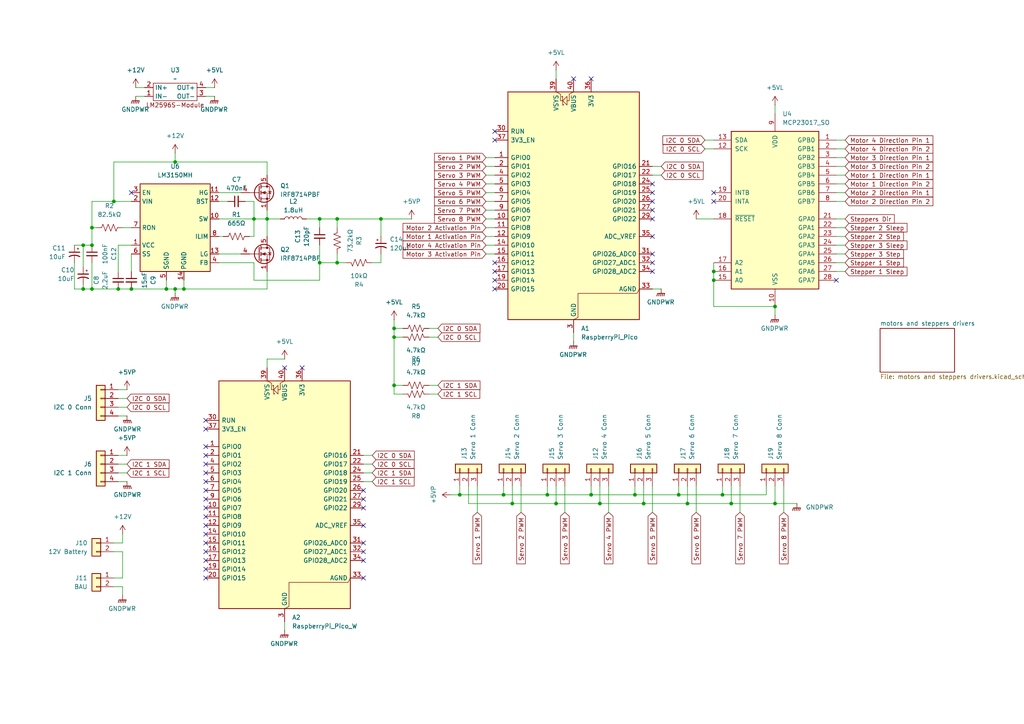
<source format=kicad_sch>
(kicad_sch (version 20250114) (generator "eeschema") (generator_version "9.0")
  (paper "A4")
  (junction (at 26.67 66.04))
  (junction (at 224.79 88.9))
  (junction (at 50.8 83.82))
  (junction (at 38.1 83.82))
  (junction (at 48.26 83.82))
  (junction (at 207.01 81.28))
  (junction (at 34.29 83.82))
  (junction (at 133.35 143.51))
  (junction (at 184.15 143.51))
  (junction (at 209.55 143.51))
  (junction (at 110.49 63.5))
  (junction (at 53.34 83.82))
  (junction (at 73.66 63.5))
  (junction (at 114.3 97.79))
  (junction (at 196.85 143.51))
  (junction (at 207.01 78.74))
  (junction (at 77.47 63.5))
  (junction (at 33.02 58.42))
  (junction (at 26.67 71.12))
  (junction (at 148.59 146.05))
  (junction (at 97.79 76.2))
  (junction (at 24.13 71.12))
  (junction (at 50.8 46.99))
  (junction (at 171.45 143.51))
  (junction (at 92.71 63.5))
  (junction (at 158.75 143.51))
  (junction (at 173.99 146.05))
  (junction (at 186.69 146.05))
  (junction (at 212.09 146.05))
  (junction (at 114.3 95.25))
  (junction (at 224.79 146.05))
  (junction (at 26.67 83.82))
  (junction (at 24.13 83.82))
  (junction (at 146.05 143.51))
  (junction (at 114.3 111.76))
  (junction (at 97.79 63.5))
  (junction (at 92.71 76.2))
  (junction (at 161.29 146.05))
  (junction (at 199.39 146.05))
  (no_connect (at 59.69 147.32))
  (no_connect (at 59.69 142.24))
  (no_connect (at 105.41 142.24))
  (no_connect (at 143.51 78.74))
  (no_connect (at 59.69 157.48))
  (no_connect (at 166.37 22.86))
  (no_connect (at 143.51 38.1))
  (no_connect (at 59.69 152.4))
  (no_connect (at 59.69 121.92))
  (no_connect (at 189.23 73.66))
  (no_connect (at 105.41 157.48))
  (no_connect (at 207.01 55.88))
  (no_connect (at 82.55 106.68))
  (no_connect (at 105.41 160.02))
  (no_connect (at 207.01 58.42))
  (no_connect (at 143.51 83.82))
  (no_connect (at 105.41 167.64))
  (no_connect (at 189.23 55.88))
  (no_connect (at 59.69 132.08))
  (no_connect (at 105.41 152.4))
  (no_connect (at 143.51 81.28))
  (no_connect (at 59.69 154.94))
  (no_connect (at 171.45 22.86))
  (no_connect (at 189.23 68.58))
  (no_connect (at 189.23 53.34))
  (no_connect (at 105.41 162.56))
  (no_connect (at 59.69 137.16))
  (no_connect (at 59.69 134.62))
  (no_connect (at 189.23 60.96))
  (no_connect (at 143.51 76.2))
  (no_connect (at 105.41 144.78))
  (no_connect (at 59.69 124.46))
  (no_connect (at 59.69 149.86))
  (no_connect (at 189.23 58.42))
  (no_connect (at 59.69 165.1))
  (no_connect (at 189.23 63.5))
  (no_connect (at 59.69 144.78))
  (no_connect (at 59.69 129.54))
  (no_connect (at 38.1 55.88))
  (no_connect (at 59.69 167.64))
  (no_connect (at 87.63 106.68))
  (no_connect (at 59.69 160.02))
  (no_connect (at 105.41 147.32))
  (no_connect (at 242.57 81.28))
  (no_connect (at 189.23 78.74))
  (no_connect (at 59.69 162.56))
  (no_connect (at 189.23 76.2))
  (no_connect (at 59.69 139.7))
  (no_connect (at 143.51 40.64))
  (wire (pts (xy 207.01 76.2) (xy 207.01 78.74)))
  (wire (pts (xy 148.59 146.05) (xy 161.29 146.05)))
  (wire (pts (xy 77.47 60.96) (xy 77.47 63.5)))
  (wire (pts (xy 204.47 40.64) (xy 207.01 40.64)))
  (wire (pts (xy 146.05 143.51) (xy 146.05 140.97)))
  (wire (pts (xy 140.97 73.66) (xy 143.51 73.66)))
  (wire (pts (xy 26.67 66.04) (xy 27.94 66.04)))
  (wire (pts (xy 196.85 143.51) (xy 196.85 140.97)))
  (wire (pts (xy 72.39 68.58) (xy 73.66 68.58)))
  (wire (pts (xy 127 95.25) (xy 124.46 95.25)))
  (wire (pts (xy 34.29 118.11) (xy 36.83 118.11)))
  (wire (pts (xy 245.11 43.18) (xy 242.57 43.18)))
  (wire (pts (xy 245.11 50.8) (xy 242.57 50.8)))
  (wire (pts (xy 34.29 115.57) (xy 36.83 115.57)))
  (wire (pts (xy 63.5 58.42) (xy 66.04 58.42)))
  (wire (pts (xy 209.55 143.51) (xy 209.55 140.97)))
  (wire (pts (xy 33.02 170.18) (xy 35.56 170.18)))
  (wire (pts (xy 24.13 82.55) (xy 24.13 83.82)))
  (wire (pts (xy 26.67 58.42) (xy 26.67 66.04)))
  (wire (pts (xy 148.59 146.05) (xy 148.59 140.97)))
  (wire (pts (xy 166.37 96.52) (xy 166.37 99.06)))
  (wire (pts (xy 35.56 154.94) (xy 35.56 157.48)))
  (wire (pts (xy 245.11 68.58) (xy 242.57 68.58)))
  (wire (pts (xy 140.97 48.26) (xy 143.51 48.26)))
  (wire (pts (xy 201.93 148.59) (xy 201.93 140.97)))
  (wire (pts (xy 245.11 66.04) (xy 242.57 66.04)))
  (wire (pts (xy 21.59 83.82) (xy 24.13 83.82)))
  (wire (pts (xy 186.69 146.05) (xy 199.39 146.05)))
  (wire (pts (xy 135.89 146.05) (xy 148.59 146.05)))
  (wire (pts (xy 140.97 58.42) (xy 143.51 58.42)))
  (wire (pts (xy 176.53 148.59) (xy 176.53 140.97)))
  (wire (pts (xy 158.75 143.51) (xy 171.45 143.51)))
  (wire (pts (xy 201.93 63.5) (xy 207.01 63.5)))
  (wire (pts (xy 186.69 146.05) (xy 186.69 140.97)))
  (wire (pts (xy 110.49 68.58) (xy 110.49 63.5)))
  (wire (pts (xy 33.02 157.48) (xy 35.56 157.48)))
  (wire (pts (xy 212.09 146.05) (xy 212.09 140.97)))
  (wire (pts (xy 110.49 76.2) (xy 107.95 76.2)))
  (wire (pts (xy 161.29 20.32) (xy 161.29 22.86)))
  (wire (pts (xy 73.66 63.5) (xy 73.66 68.58)))
  (wire (pts (xy 77.47 63.5) (xy 81.28 63.5)))
  (wire (pts (xy 24.13 71.12) (xy 26.67 71.12)))
  (wire (pts (xy 50.8 46.99) (xy 33.02 46.99)))
  (wire (pts (xy 38.1 83.82) (xy 48.26 83.82)))
  (wire (pts (xy 82.55 180.34) (xy 82.55 182.88)))
  (wire (pts (xy 88.9 63.5) (xy 92.71 63.5)))
  (wire (pts (xy 163.83 148.59) (xy 163.83 140.97)))
  (wire (pts (xy 24.13 77.47) (xy 24.13 71.12)))
  (wire (pts (xy 224.79 30.48) (xy 224.79 33.02)))
  (wire (pts (xy 73.66 63.5) (xy 77.47 63.5)))
  (wire (pts (xy 59.69 27.94) (xy 62.23 27.94)))
  (wire (pts (xy 77.47 63.5) (xy 77.47 68.58)))
  (wire (pts (xy 110.49 73.66) (xy 110.49 76.2)))
  (wire (pts (xy 73.66 76.2) (xy 63.5 76.2)))
  (wire (pts (xy 245.11 76.2) (xy 242.57 76.2)))
  (wire (pts (xy 138.43 148.59) (xy 138.43 140.97)))
  (wire (pts (xy 151.13 148.59) (xy 151.13 140.97)))
  (wire (pts (xy 35.56 160.02) (xy 35.56 167.64)))
  (wire (pts (xy 33.02 46.99) (xy 33.02 58.42)))
  (wire (pts (xy 77.47 104.14) (xy 77.47 106.68)))
  (wire (pts (xy 77.47 83.82) (xy 53.34 83.82)))
  (wire (pts (xy 171.45 143.51) (xy 171.45 140.97)))
  (wire (pts (xy 97.79 76.2) (xy 100.33 76.2)))
  (wire (pts (xy 173.99 146.05) (xy 186.69 146.05)))
  (wire (pts (xy 222.25 143.51) (xy 222.25 140.97)))
  (wire (pts (xy 133.35 143.51) (xy 146.05 143.51)))
  (wire (pts (xy 114.3 92.71) (xy 114.3 95.25)))
  (wire (pts (xy 105.41 137.16) (xy 107.95 137.16)))
  (wire (pts (xy 38.1 73.66) (xy 38.1 78.74)))
  (wire (pts (xy 114.3 114.3) (xy 116.84 114.3)))
  (wire (pts (xy 77.47 78.74) (xy 77.47 83.82)))
  (wire (pts (xy 36.83 139.7) (xy 34.29 139.7)))
  (wire (pts (xy 77.47 50.8) (xy 77.47 46.99)))
  (wire (pts (xy 224.79 88.9) (xy 224.79 91.44)))
  (wire (pts (xy 184.15 143.51) (xy 184.15 140.97)))
  (wire (pts (xy 224.79 146.05) (xy 224.79 140.97)))
  (wire (pts (xy 26.67 66.04) (xy 26.67 71.12)))
  (wire (pts (xy 146.05 143.51) (xy 158.75 143.51)))
  (wire (pts (xy 34.29 137.16) (xy 36.83 137.16)))
  (wire (pts (xy 199.39 146.05) (xy 199.39 140.97)))
  (wire (pts (xy 207.01 81.28) (xy 207.01 88.9)))
  (wire (pts (xy 92.71 63.5) (xy 92.71 66.04)))
  (wire (pts (xy 110.49 63.5) (xy 119.38 63.5)))
  (wire (pts (xy 33.02 58.42) (xy 38.1 58.42)))
  (wire (pts (xy 161.29 146.05) (xy 173.99 146.05)))
  (wire (pts (xy 77.47 46.99) (xy 50.8 46.99)))
  (wire (pts (xy 140.97 63.5) (xy 143.51 63.5)))
  (wire (pts (xy 140.97 50.8) (xy 143.51 50.8)))
  (wire (pts (xy 207.01 78.74) (xy 207.01 81.28)))
  (wire (pts (xy 135.89 146.05) (xy 135.89 140.97)))
  (wire (pts (xy 35.56 160.02) (xy 33.02 160.02)))
  (wire (pts (xy 173.99 146.05) (xy 173.99 140.97)))
  (wire (pts (xy 140.97 68.58) (xy 143.51 68.58)))
  (wire (pts (xy 189.23 83.82) (xy 191.77 83.82)))
  (wire (pts (xy 107.95 132.08) (xy 105.41 132.08)))
  (wire (pts (xy 92.71 63.5) (xy 97.79 63.5)))
  (wire (pts (xy 133.35 143.51) (xy 133.35 140.97)))
  (wire (pts (xy 92.71 81.28) (xy 92.71 76.2)))
  (wire (pts (xy 73.66 76.2) (xy 73.66 81.28)))
  (wire (pts (xy 34.29 71.12) (xy 38.1 71.12)))
  (wire (pts (xy 199.39 146.05) (xy 212.09 146.05)))
  (wire (pts (xy 114.3 95.25) (xy 114.3 97.79)))
  (wire (pts (xy 114.3 97.79) (xy 114.3 111.76)))
  (wire (pts (xy 35.56 66.04) (xy 38.1 66.04)))
  (wire (pts (xy 227.33 148.59) (xy 227.33 140.97)))
  (wire (pts (xy 245.11 58.42) (xy 242.57 58.42)))
  (wire (pts (xy 26.67 83.82) (xy 34.29 83.82)))
  (wire (pts (xy 245.11 48.26) (xy 242.57 48.26)))
  (wire (pts (xy 92.71 76.2) (xy 97.79 76.2)))
  (wire (pts (xy 48.26 81.28) (xy 48.26 83.82)))
  (wire (pts (xy 36.83 113.03) (xy 34.29 113.03)))
  (wire (pts (xy 214.63 148.59) (xy 214.63 140.97)))
  (wire (pts (xy 50.8 83.82) (xy 53.34 83.82)))
  (wire (pts (xy 245.11 53.34) (xy 242.57 53.34)))
  (wire (pts (xy 184.15 143.51) (xy 196.85 143.51)))
  (wire (pts (xy 207.01 88.9) (xy 224.79 88.9)))
  (wire (pts (xy 196.85 143.51) (xy 209.55 143.51)))
  (wire (pts (xy 245.11 55.88) (xy 242.57 55.88)))
  (wire (pts (xy 35.56 167.64) (xy 33.02 167.64)))
  (wire (pts (xy 204.47 43.18) (xy 207.01 43.18)))
  (wire (pts (xy 107.95 134.62) (xy 105.41 134.62)))
  (wire (pts (xy 21.59 71.12) (xy 24.13 71.12)))
  (wire (pts (xy 34.29 78.74) (xy 34.29 71.12)))
  (wire (pts (xy 116.84 95.25) (xy 114.3 95.25)))
  (wire (pts (xy 130.81 143.51) (xy 133.35 143.51)))
  (wire (pts (xy 140.97 55.88) (xy 143.51 55.88)))
  (wire (pts (xy 36.83 132.08) (xy 34.29 132.08)))
  (wire (pts (xy 59.69 25.4) (xy 62.23 25.4)))
  (wire (pts (xy 114.3 97.79) (xy 116.84 97.79)))
  (wire (pts (xy 97.79 76.2) (xy 97.79 73.66)))
  (wire (pts (xy 92.71 71.12) (xy 92.71 76.2)))
  (wire (pts (xy 127 111.76) (xy 124.46 111.76)))
  (wire (pts (xy 245.11 71.12) (xy 242.57 71.12)))
  (wire (pts (xy 171.45 143.51) (xy 184.15 143.51)))
  (wire (pts (xy 189.23 48.26) (xy 191.77 48.26)))
  (wire (pts (xy 34.29 134.62) (xy 36.83 134.62)))
  (wire (pts (xy 209.55 143.51) (xy 222.25 143.51)))
  (wire (pts (xy 73.66 58.42) (xy 73.66 63.5)))
  (wire (pts (xy 82.55 104.14) (xy 77.47 104.14)))
  (wire (pts (xy 245.11 73.66) (xy 242.57 73.66)))
  (wire (pts (xy 21.59 76.2) (xy 21.59 83.82)))
  (wire (pts (xy 189.23 50.8) (xy 191.77 50.8)))
  (wire (pts (xy 127 114.3) (xy 124.46 114.3)))
  (wire (pts (xy 158.75 143.51) (xy 158.75 140.97)))
  (wire (pts (xy 212.09 146.05) (xy 224.79 146.05)))
  (wire (pts (xy 140.97 53.34) (xy 143.51 53.34)))
  (wire (pts (xy 224.79 146.05) (xy 231.14 146.05)))
  (wire (pts (xy 24.13 83.82) (xy 26.67 83.82)))
  (wire (pts (xy 26.67 58.42) (xy 33.02 58.42)))
  (wire (pts (xy 39.37 27.94) (xy 41.91 27.94)))
  (wire (pts (xy 50.8 44.45) (xy 50.8 46.99)))
  (wire (pts (xy 140.97 45.72) (xy 143.51 45.72)))
  (wire (pts (xy 50.8 83.82) (xy 50.8 85.09)))
  (wire (pts (xy 140.97 71.12) (xy 143.51 71.12)))
  (wire (pts (xy 35.56 170.18) (xy 35.56 172.72)))
  (wire (pts (xy 63.5 63.5) (xy 73.66 63.5)))
  (wire (pts (xy 48.26 83.82) (xy 50.8 83.82)))
  (wire (pts (xy 36.83 120.65) (xy 34.29 120.65)))
  (wire (pts (xy 189.23 148.59) (xy 189.23 140.97)))
  (wire (pts (xy 245.11 40.64) (xy 242.57 40.64)))
  (wire (pts (xy 53.34 81.28) (xy 53.34 83.82)))
  (wire (pts (xy 71.12 58.42) (xy 73.66 58.42)))
  (wire (pts (xy 39.37 25.4) (xy 41.91 25.4)))
  (wire (pts (xy 140.97 60.96) (xy 143.51 60.96)))
  (wire (pts (xy 114.3 111.76) (xy 114.3 114.3)))
  (wire (pts (xy 73.66 81.28) (xy 92.71 81.28)))
  (wire (pts (xy 127 97.79) (xy 124.46 97.79)))
  (wire (pts (xy 63.5 68.58) (xy 64.77 68.58)))
  (wire (pts (xy 161.29 146.05) (xy 161.29 140.97)))
  (wire (pts (xy 34.29 83.82) (xy 38.1 83.82)))
  (wire (pts (xy 245.11 45.72) (xy 242.57 45.72)))
  (wire (pts (xy 97.79 66.04) (xy 97.79 63.5)))
  (wire (pts (xy 63.5 55.88) (xy 69.85 55.88)))
  (wire (pts (xy 245.11 78.74) (xy 242.57 78.74)))
  (wire (pts (xy 245.11 63.5) (xy 242.57 63.5)))
  (wire (pts (xy 26.67 76.2) (xy 26.67 83.82)))
  (wire (pts (xy 116.84 111.76) (xy 114.3 111.76)))
  (wire (pts (xy 63.5 73.66) (xy 69.85 73.66)))
  (wire (pts (xy 140.97 66.04) (xy 143.51 66.04)))
  (wire (pts (xy 105.41 139.7) (xy 107.95 139.7)))
  (wire (pts (xy 97.79 63.5) (xy 110.49 63.5)))
  (global_label "Motor 2 Direction Pin 2" (shape input) (at 245.11 58.42 0) (property "Intersheetrefs" "${INTERSHEET_REFS}" (effects (hide yes))))
  (global_label "Stepper 1 Step" (shape input) (at 245.11 76.2 0) (property "Intersheetrefs" "${INTERSHEET_REFS}" (effects (hide yes))))
  (global_label "I2C 0 SDA" (shape input) (at 204.47 40.64 180) (property "Intersheetrefs" "${INTERSHEET_REFS}" (effects (hide yes))))
  (global_label "Servo 2 PWM" (shape input) (at 151.13 148.59 270) (property "Intersheetrefs" "${INTERSHEET_REFS}" (effects (hide yes))))
  (global_label "I2C 1 SCL" (shape input) (at 36.83 137.16 0) (property "Intersheetrefs" "${INTERSHEET_REFS}" (effects (hide yes))))
  (global_label "Motor 2 Activation Pin" (shape input) (at 140.97 66.04 180) (property "Intersheetrefs" "${INTERSHEET_REFS}" (effects (hide yes))))
  (global_label "I2C 0 SDA" (shape input) (at 127 95.25 0) (property "Intersheetrefs" "${INTERSHEET_REFS}" (effects (hide yes))))
  (global_label "I2C 1 SDA" (shape input) (at 127 111.76 0) (property "Intersheetrefs" "${INTERSHEET_REFS}" (effects (hide yes))))
  (global_label "Servo 3 PWM" (shape input) (at 163.83 148.59 270) (property "Intersheetrefs" "${INTERSHEET_REFS}" (effects (hide yes))))
  (global_label "I2C 0 SDA" (shape input) (at 107.95 132.08 0) (property "Intersheetrefs" "${INTERSHEET_REFS}" (effects (hide yes))))
  (global_label "Servo 5 PWM" (shape input) (at 189.23 148.59 270) (property "Intersheetrefs" "${INTERSHEET_REFS}" (effects (hide yes))))
  (global_label "Stepper 2 Sleep" (shape input) (at 245.11 66.04 0) (property "Intersheetrefs" "${INTERSHEET_REFS}" (effects (hide yes))))
  (global_label "Stepper 1 Sleep" (shape input) (at 245.11 78.74 0) (property "Intersheetrefs" "${INTERSHEET_REFS}" (effects (hide yes))))
  (global_label "Servo 4 PWM" (shape input) (at 176.53 148.59 270) (property "Intersheetrefs" "${INTERSHEET_REFS}" (effects (hide yes))))
  (global_label "Servo 8 PWM" (shape input) (at 227.33 148.59 270) (property "Intersheetrefs" "${INTERSHEET_REFS}" (effects (hide yes))))
  (global_label "Motor 4 Activation Pin" (shape input) (at 140.97 71.12 180) (property "Intersheetrefs" "${INTERSHEET_REFS}" (effects (hide yes))))
  (global_label "I2C 0 SCL" (shape input) (at 191.77 50.8 0) (property "Intersheetrefs" "${INTERSHEET_REFS}" (effects (hide yes))))
  (global_label "Servo 5 PWM" (shape input) (at 140.97 55.88 180) (property "Intersheetrefs" "${INTERSHEET_REFS}" (effects (hide yes))))
  (global_label "Servo 7 PWM" (shape input) (at 140.97 60.96 180) (property "Intersheetrefs" "${INTERSHEET_REFS}" (effects (hide yes))))
  (global_label "Servo 3 PWM" (shape input) (at 140.97 50.8 180) (property "Intersheetrefs" "${INTERSHEET_REFS}" (effects (hide yes))))
  (global_label "Motor 3 Activation Pin" (shape input) (at 140.97 73.66 180) (property "Intersheetrefs" "${INTERSHEET_REFS}" (effects (hide yes))))
  (global_label "I2C 1 SDA" (shape input) (at 36.83 134.62 0) (property "Intersheetrefs" "${INTERSHEET_REFS}" (effects (hide yes))))
  (global_label "Servo 6 PWM" (shape input) (at 201.93 148.59 270) (property "Intersheetrefs" "${INTERSHEET_REFS}" (effects (hide yes))))
  (global_label "Servo 6 PWM" (shape input) (at 140.97 58.42 180) (property "Intersheetrefs" "${INTERSHEET_REFS}" (effects (hide yes))))
  (global_label "I2C 0 SCL" (shape input) (at 36.83 118.11 0) (property "Intersheetrefs" "${INTERSHEET_REFS}" (effects (hide yes))))
  (global_label "Servo 2 PWM" (shape input) (at 140.97 48.26 180) (property "Intersheetrefs" "${INTERSHEET_REFS}" (effects (hide yes))))
  (global_label "Servo 7 PWM" (shape input) (at 214.63 148.59 270) (property "Intersheetrefs" "${INTERSHEET_REFS}" (effects (hide yes))))
  (global_label "I2C 1 SDA" (shape input) (at 107.95 137.16 0) (property "Intersheetrefs" "${INTERSHEET_REFS}" (effects (hide yes))))
  (global_label "Motor 1 Activation Pin" (shape input) (at 140.97 68.58 180) (property "Intersheetrefs" "${INTERSHEET_REFS}" (effects (hide yes))))
  (global_label "Servo 4 PWM" (shape input) (at 140.97 53.34 180) (property "Intersheetrefs" "${INTERSHEET_REFS}" (effects (hide yes))))
  (global_label "Stepper 2 Step" (shape input) (at 245.11 68.58 0) (property "Intersheetrefs" "${INTERSHEET_REFS}" (effects (hide yes))))
  (global_label "I2C 0 SCL" (shape input) (at 204.47 43.18 180) (property "Intersheetrefs" "${INTERSHEET_REFS}" (effects (hide yes))))
  (global_label "I2C 0 SDA" (shape input) (at 191.77 48.26 0) (property "Intersheetrefs" "${INTERSHEET_REFS}" (effects (hide yes))))
  (global_label "I2C 1 SCL" (shape input) (at 107.95 139.7 0) (property "Intersheetrefs" "${INTERSHEET_REFS}" (effects (hide yes))))
  (global_label "Motor 4 Direction Pin 1" (shape input) (at 245.11 40.64 0) (property "Intersheetrefs" "${INTERSHEET_REFS}" (effects (hide yes))))
  (global_label "I2C 1 SCL" (shape input) (at 127 114.3 0) (property "Intersheetrefs" "${INTERSHEET_REFS}" (effects (hide yes))))
  (global_label "I2C 0 SDA" (shape input) (at 36.83 115.57 0) (property "Intersheetrefs" "${INTERSHEET_REFS}" (effects (hide yes))))
  (global_label "Servo 1 PWM" (shape input) (at 140.97 45.72 180) (property "Intersheetrefs" "${INTERSHEET_REFS}" (effects (hide yes))))
  (global_label "Motor 4 Direction Pin 2" (shape input) (at 245.11 43.18 0) (property "Intersheetrefs" "${INTERSHEET_REFS}" (effects (hide yes))))
  (global_label "Motor 3 Direction Pin 2" (shape input) (at 245.11 48.26 0) (property "Intersheetrefs" "${INTERSHEET_REFS}" (effects (hide yes))))
  (global_label "I2C 0 SCL" (shape input) (at 107.95 134.62 0) (property "Intersheetrefs" "${INTERSHEET_REFS}" (effects (hide yes))))
  (global_label "Steppers Dir" (shape input) (at 245.11 63.5 0) (property "Intersheetrefs" "${INTERSHEET_REFS}" (effects (hide yes))))
  (global_label "Stepper 3 Step" (shape input) (at 245.11 73.66 0) (property "Intersheetrefs" "${INTERSHEET_REFS}" (effects (hide yes))))
  (global_label "Servo 1 PWM" (shape input) (at 138.43 148.59 270) (property "Intersheetrefs" "${INTERSHEET_REFS}" (effects (hide yes))))
  (global_label "Motor 1 Direction Pin 2" (shape input) (at 245.11 53.34 0) (property "Intersheetrefs" "${INTERSHEET_REFS}" (effects (hide yes))))
  (global_label "Motor 2 Direction Pin 1" (shape input) (at 245.11 55.88 0) (property "Intersheetrefs" "${INTERSHEET_REFS}" (effects (hide yes))))
  (global_label "Motor 1 Direction Pin 1" (shape input) (at 245.11 50.8 0) (property "Intersheetrefs" "${INTERSHEET_REFS}" (effects (hide yes))))
  (global_label "I2C 0 SCL" (shape input) (at 127 97.79 0) (property "Intersheetrefs" "${INTERSHEET_REFS}" (effects (hide yes))))
  (global_label "Servo 8 PWM" (shape input) (at 140.97 63.5 180) (property "Intersheetrefs" "${INTERSHEET_REFS}" (effects (hide yes))))
  (global_label "Motor 3 Direction Pin 1" (shape input) (at 245.11 45.72 0) (property "Intersheetrefs" "${INTERSHEET_REFS}" (effects (hide yes))))
  (global_label "Stepper 3 Sleep" (shape input) (at 245.11 71.12 0) (property "Intersheetrefs" "${INTERSHEET_REFS}" (effects (hide yes))))
  (symbol (lib_id "Device:C_Polarized_Small_US") (at 21.59 73.66 0) (mirror y) (unit 1)
    (property "Reference" "C11" (at 19.05 71.9581 0) (effects (justify left)))
    (property "Value" "10uF" (at 19.05 74.4981 0) (effects (justify left)))
    (property "Footprint" "Capacitor_THT:CP_Radial_D5.0mm_P2.50mm" (effects (hide yes)))
    (property "Description" "Polarized capacitor, small US symbol" (effects (hide yes)))
  )
  (symbol (lib_id "Connector_Generic:Conn_01x03") (at 148.59 135.89 90) (unit 1)
    (property "Reference" "J14" (at 147.3199 133.35 0) (effects (justify left)))
    (property "Value" "Servo 2 Conn" (at 149.8599 133.35 0) (effects (justify left)))
    (property "Footprint" "Connector_PinHeader_2.54mm:PinHeader_1x03_P2.54mm_Vertical" (effects (hide yes)))
    (property "Description" "Generic connector, single row, 01x03, script generated (kicad-library-utils/schlib/autogen/connector/)" (effects (hide yes)))
  )
  (symbol (lib_id "Connector_Generic:Conn_01x02") (at 27.94 157.48 0) (mirror y) (unit 1)
    (property "Reference" "J10" (at 25.4 157.4799 0) (effects (justify left)))
    (property "Value" "12V Battery" (at 25.4 160.0199 0) (effects (justify left)))
    (property "Footprint" "Connector_PinHeader_2.54mm:PinHeader_1x02_P2.54mm_Vertical" (effects (hide yes)))
    (property "Description" "Generic connector, single row, 01x02, script generated (kicad-library-utils/schlib/autogen/connector/)" (effects (hide yes)))
  )
  (symbol (lib_id "power:+5VL") (at 82.55 104.14 0) (unit 1)
    (property "Reference" "#PWR038" (effects (hide yes)))
    (property "Value" "+5VL" (at 82.55 99.06 0))
    (property "Description" "Power symbol creates a global label with name \"+5VL\"" (effects (hide yes)))
  )
  (symbol (lib_id "Connector_Generic:Conn_01x04") (at 29.21 134.62 0) (mirror y) (unit 1)
    (property "Reference" "J6" (at 26.67 134.6199 0) (effects (justify left)))
    (property "Value" "I2C 1 Conn" (at 26.67 137.1599 0) (effects (justify left)))
    (property "Footprint" "Connector_PinHeader_2.54mm:PinHeader_1x04_P2.54mm_Vertical" (effects (hide yes)))
    (property "Description" "Generic connector, single row, 01x04, script generated (kicad-library-utils/schlib/autogen/connector/)" (effects (hide yes)))
  )
  (symbol (lib_id "power:GNDPWR") (at 231.14 146.05 0) (unit 1)
    (property "Reference" "#PWR043" (effects (hide yes)))
    (property "Value" "GNDPWR" (at 233.68 147.1167 0) (effects (justify left)))
    (property "Description" "Power symbol creates a global label with name \"GNDPWR\" , global ground" (effects (hide yes)))
  )
  (symbol (lib_id "power:+5VP") (at 36.83 113.03 0) (mirror y) (unit 1)
    (property "Reference" "#PWR021" (effects (hide yes)))
    (property "Value" "+5VP" (at 36.83 107.95 0))
    (property "Description" "Power symbol creates a global label with name \"+5VP\"" (effects (hide yes)))
  )
  (symbol (lib_id "Transistor_FET:IRF8721PBF-1") (at 74.93 73.66 0) (unit 1)
    (property "Reference" "Q2" (at 81.28 72.3899 0) (effects (justify left)))
    (property "Value" "IRF8714PBF" (at 81.28 74.9299 0) (effects (justify left)))
    (property "Footprint" "Package_SO:SOIC-8_3.9x4.9mm_P1.27mm" (effects (hide yes)))
    (property "Datasheet" "http://www.irf.com/product-info/datasheets/data/irf8721pbf-1.pdf" (effects (hide yes)))
    (property "Description" "14A Id, 30V Vds, HEXFET N-Channel MOSFET, SO-8" (effects (hide yes)))
  )
  (symbol (lib_id "power:+5VL") (at 114.3 92.71 0) (unit 1)
    (property "Reference" "#PWR045" (effects (hide yes)))
    (property "Value" "+5VL" (at 114.3 87.63 0))
    (property "Description" "Power symbol creates a global label with name \"+5VL\"" (effects (hide yes)))
  )
  (symbol (lib_id "power:GNDPWR") (at 36.83 139.7 0) (mirror y) (unit 1)
    (property "Reference" "#PWR024" (effects (hide yes)))
    (property "Value" "GNDPWR" (at 36.957 143.51 0))
    (property "Description" "Power symbol creates a global label with name \"GNDPWR\" , global ground" (effects (hide yes)))
  )
  (symbol (lib_id "power:GNDPWR") (at 191.77 83.82 0) (unit 1)
    (property "Reference" "#PWR046" (effects (hide yes)))
    (property "Value" "GNDPWR" (at 191.643 87.63 0))
    (property "Description" "Power symbol creates a global label with name \"GNDPWR\" , global ground" (effects (hide yes)))
  )
  (symbol (lib_id "Connector_Generic:Conn_01x02") (at 27.94 167.64 0) (mirror y) (unit 1)
    (property "Reference" "J11" (at 25.4 167.6399 0) (effects (justify left)))
    (property "Value" "BAU" (at 25.4 170.1799 0) (effects (justify left)))
    (property "Footprint" "Connector_PinHeader_2.54mm:PinHeader_1x02_P2.54mm_Vertical" (effects (hide yes)))
    (property "Description" "Generic connector, single row, 01x02, script generated (kicad-library-utils/schlib/autogen/connector/)" (effects (hide yes)))
  )
  (symbol (lib_id "Device:C_Polarized_Small_US") (at 24.13 80.01 0) (mirror y) (unit 1)
    (property "Reference" "C10" (at 21.59 78.3081 0) (effects (justify left)))
    (property "Value" "10uF" (at 21.59 80.8481 0) (effects (justify left)))
    (property "Footprint" "Capacitor_THT:CP_Radial_D5.0mm_P2.50mm" (effects (hide yes)))
    (property "Description" "Polarized capacitor, small US symbol" (effects (hide yes)))
  )
  (symbol (lib_id "Regulator_Switching:LM3150MH") (at 50.8 66.04 0) (unit 1)
    (property "Reference" "U6" (at 50.8 48.26 0))
    (property "Value" "LM3150MH" (at 50.8 50.8 0))
    (property "Footprint" "Package_SO:HTSSOP-14-1EP_4.4x5mm_P0.65mm_EP3.4x5mm_Mask3x3.1mm" (effects (hide yes)))
    (property "Datasheet" "http://www.ti.com/lit/ds/symlink/lm3150.pdf" (effects (hide yes)))
    (property "Description" "42V Wide Vin synchronous Buck controller, HTSSOP-14" (effects (hide yes)))
  )
  (symbol (lib_id "power:GNDPWR") (at 62.23 27.94 0) (unit 1)
    (property "Reference" "#PWR014" (effects (hide yes)))
    (property "Value" "GNDPWR" (at 62.103 31.75 0))
    (property "Description" "Power symbol creates a global label with name \"GNDPWR\" , global ground" (effects (hide yes)))
  )
  (symbol (lib_id "Connector_Generic:Conn_01x03") (at 186.69 135.89 90) (unit 1)
    (property "Reference" "J16" (at 185.4199 133.35 0) (effects (justify left)))
    (property "Value" "Servo 5 Conn" (at 187.9599 133.35 0) (effects (justify left)))
    (property "Footprint" "Connector_PinHeader_2.54mm:PinHeader_1x03_P2.54mm_Vertical" (effects (hide yes)))
    (property "Description" "Generic connector, single row, 01x03, script generated (kicad-library-utils/schlib/autogen/connector/)" (effects (hide yes)))
  )
  (symbol (lib_id "Transistor_FET:IRF8721PBF-1") (at 74.93 55.88 0) (unit 1)
    (property "Reference" "Q1" (at 81.28 54.6099 0) (effects (justify left bottom)))
    (property "Value" "IRF8714PBF" (at 81.28 57.1499 0) (effects (justify left bottom)))
    (property "Footprint" "Package_SO:SOIC-8_3.9x4.9mm_P1.27mm" (effects (hide yes)))
    (property "Datasheet" "http://www.irf.com/product-info/datasheets/data/irf8721pbf-1.pdf" (effects (hide yes)))
    (property "Description" "14A Id, 30V Vds, HEXFET N-Channel MOSFET, SO-8" (effects (hide yes)))
  )
  (symbol (lib_id "power:GNDPWR") (at 224.79 91.44 0) (unit 1)
    (property "Reference" "#PWR017" (effects (hide yes)))
    (property "Value" "GNDPWR" (at 224.663 95.25 0))
    (property "Description" "Power symbol creates a global label with name \"GNDPWR\" , global ground" (effects (hide yes)))
  )
  (symbol (lib_id "Device:C_Small") (at 38.1 81.28 0) (unit 1)
    (property "Reference" "C9" (at 44.45 81.2863 90))
    (property "Value" "15nF" (at 41.91 81.2863 90))
    (property "Footprint" "Capacitor_THT:C_Disc_D4.3mm_W1.9mm_P5.00mm" (effects (hide yes)))
    (property "Description" "Unpolarized capacitor, small symbol" (effects (hide yes)))
  )
  (symbol (lib_id "Connector_Generic:Conn_01x04") (at 29.21 115.57 0) (mirror y) (unit 1)
    (property "Reference" "J5" (at 26.67 115.5699 0) (effects (justify left)))
    (property "Value" "I2C 0 Conn" (at 26.67 118.1099 0) (effects (justify left)))
    (property "Footprint" "Connector_PinHeader_2.54mm:PinHeader_1x04_P2.54mm_Vertical" (effects (hide yes)))
    (property "Description" "Generic connector, single row, 01x04, script generated (kicad-library-utils/schlib/autogen/connector/)" (effects (hide yes)))
  )
  (symbol (lib_id "Device:R_US") (at 104.14 76.2 90) (mirror x) (unit 1)
    (property "Reference" "R4" (at 104.14 82.55 90))
    (property "Value" "10kΩ" (at 104.14 80.01 90))
    (property "Footprint" "Resistor_THT:R_Axial_DIN0207_L6.3mm_D2.5mm_P10.16mm_Horizontal" (effects (hide yes)))
    (property "Description" "Resistor, US symbol" (effects (hide yes)))
  )
  (symbol (lib_id "Connector_Generic:Conn_01x03") (at 212.09 135.89 90) (unit 1)
    (property "Reference" "J18" (at 210.8199 133.35 0) (effects (justify left)))
    (property "Value" "Servo 7 Conn" (at 213.3599 133.35 0) (effects (justify left)))
    (property "Footprint" "Connector_PinHeader_2.54mm:PinHeader_1x03_P2.54mm_Vertical" (effects (hide yes)))
    (property "Description" "Generic connector, single row, 01x03, script generated (kicad-library-utils/schlib/autogen/connector/)" (effects (hide yes)))
  )
  (symbol (lib_id "Device:L") (at 85.09 63.5 90) (unit 1)
    (property "Reference" "L2" (at 85.09 58.42 90))
    (property "Value" "1.8uH" (at 85.09 60.96 90))
    (property "Footprint" "Inductor_SMD:L_APV_APH1040" (effects (hide yes)))
    (property "Description" "Inductor" (effects (hide yes)))
  )
  (symbol (lib_id "power:GNDPWR") (at 166.37 99.06 0) (unit 1)
    (property "Reference" "#PWR012" (effects (hide yes)))
    (property "Value" "GNDPWR" (at 166.243 102.87 0))
    (property "Description" "Power symbol creates a global label with name \"GNDPWR\" , global ground" (effects (hide yes)))
  )
  (symbol (lib_id "power:+12V") (at 35.56 154.94 0) (unit 1)
    (property "Reference" "#PWR040" (effects (hide yes)))
    (property "Value" "+12V" (at 35.56 149.86 0))
    (property "Description" "Power symbol creates a global label with name \"+12V\"" (effects (hide yes)))
  )
  (symbol (lib_id "Connector_Generic:Conn_01x03") (at 224.79 135.89 90) (unit 1)
    (property "Reference" "J19" (at 223.5199 133.35 0) (effects (justify left)))
    (property "Value" "Servo 8 Conn" (at 226.0599 133.35 0) (effects (justify left)))
    (property "Footprint" "Connector_PinHeader_2.54mm:PinHeader_1x03_P2.54mm_Vertical" (effects (hide yes)))
    (property "Description" "Generic connector, single row, 01x03, script generated (kicad-library-utils/schlib/autogen/connector/)" (effects (hide yes)))
  )
  (symbol (lib_id "LM2596S-Module:LM2596S-Module") (at 50.8 26.67 0) (unit 1)
    (property "Reference" "U3" (at 50.8 20.32 0))
    (property "Value" "~" (at 50.8 22.86 0))
    (property "Footprint" "LM2596S-Module:LM2596S-Module" (effects (hide yes)))
  )
  (symbol (lib_id "Device:R_US") (at 120.65 114.3 90) (mirror x) (unit 1)
    (property "Reference" "R8" (at 120.65 120.65 90))
    (property "Value" "4.7kΩ" (at 120.65 118.11 90))
    (property "Footprint" "Resistor_THT:R_Axial_DIN0207_L6.3mm_D2.5mm_P10.16mm_Horizontal" (effects (hide yes)))
    (property "Description" "Resistor, US symbol" (effects (hide yes)))
  )
  (symbol (lib_id "Connector_Generic:Conn_01x03") (at 135.89 135.89 90) (unit 1)
    (property "Reference" "J13" (at 134.6199 133.35 0) (effects (justify left)))
    (property "Value" "Servo 1 Conn" (at 137.1599 133.35 0) (effects (justify left)))
    (property "Footprint" "Connector_PinHeader_2.54mm:PinHeader_1x03_P2.54mm_Vertical" (effects (hide yes)))
    (property "Description" "Generic connector, single row, 01x03, script generated (kicad-library-utils/schlib/autogen/connector/)" (effects (hide yes)))
  )
  (symbol (lib_id "Interface_Expansion:MCP23017_SO") (at 224.79 60.96 0) (unit 1)
    (property "Reference" "U4" (at 226.9333 33.02 0) (effects (justify left)))
    (property "Value" "MCP23017_SO" (at 226.9333 35.56 0) (effects (justify left)))
    (property "Footprint" "Package_SO:SOIC-28W_7.5x17.9mm_P1.27mm" (effects (hide yes)))
    (property "Datasheet" "https://ww1.microchip.com/downloads/aemDocuments/documents/APID/ProductDocuments/DataSheets/MCP23017-Data-Sheet-DS20001952.pdf" (effects (hide yes)))
    (property "Description" "16-bit I/O expander, I2C, interrupts, w pull-ups, GPA/B7 output only (https://microchip.my.site.com/s/article/GPA7---GPB7-Cannot-Be-Used-as-Inputs-In-MCP23017),  SOIC-28" (effects (hide yes)))
  )
  (symbol (lib_id "Device:R_US") (at 120.65 97.79 90) (mirror x) (unit 1)
    (property "Reference" "R6" (at 120.65 104.14 90))
    (property "Value" "4.7kΩ" (at 120.65 101.6 90))
    (property "Footprint" "Resistor_THT:R_Axial_DIN0207_L6.3mm_D2.5mm_P10.16mm_Horizontal" (effects (hide yes)))
    (property "Description" "Resistor, US symbol" (effects (hide yes)))
  )
  (symbol (lib_id "Device:R_US") (at 31.75 66.04 90) (unit 1)
    (property "Reference" "R2" (at 31.75 59.69 90))
    (property "Value" "82.5kΩ" (at 31.75 62.23 90))
    (property "Footprint" "Resistor_THT:R_Axial_DIN0207_L6.3mm_D2.5mm_P10.16mm_Horizontal" (effects (hide yes)))
    (property "Description" "Resistor, US symbol" (effects (hide yes)))
  )
  (symbol (lib_id "Device:C_Small") (at 34.29 81.28 0) (mirror y) (unit 1)
    (property "Reference" "C8" (at 27.94 81.2863 90))
    (property "Value" "2.2uF" (at 30.48 81.2863 90))
    (property "Footprint" "Capacitor_THT:C_Disc_D4.3mm_W1.9mm_P5.00mm" (effects (hide yes)))
    (property "Description" "Unpolarized capacitor, small symbol" (effects (hide yes)))
  )
  (symbol (lib_id "Connector_Generic:Conn_01x03") (at 161.29 135.89 90) (unit 1)
    (property "Reference" "J15" (at 160.0199 133.35 0) (effects (justify left)))
    (property "Value" "Servo 3 Conn" (at 162.5599 133.35 0) (effects (justify left)))
    (property "Footprint" "Connector_PinHeader_2.54mm:PinHeader_1x03_P2.54mm_Vertical" (effects (hide yes)))
    (property "Description" "Generic connector, single row, 01x03, script generated (kicad-library-utils/schlib/autogen/connector/)" (effects (hide yes)))
  )
  (symbol (lib_id "power:+5VP") (at 36.83 132.08 0) (mirror y) (unit 1)
    (property "Reference" "#PWR023" (effects (hide yes)))
    (property "Value" "+5VP" (at 36.83 127 0))
    (property "Description" "Power symbol creates a global label with name \"+5VP\"" (effects (hide yes)))
  )
  (symbol (lib_id "Device:C_Polarized_Small_US") (at 110.49 71.12 0) (unit 1)
    (property "Reference" "C14" (at 113.03 69.4181 0) (effects (justify left)))
    (property "Value" "120uF" (at 113.03 71.9581 0) (effects (justify left)))
    (property "Footprint" "Capacitor_THT:CP_Radial_D6.3mm_P2.50mm" (effects (hide yes)))
    (property "Description" "Polarized capacitor, small US symbol" (effects (hide yes)))
  )
  (symbol (lib_id "Device:R_US") (at 97.79 69.85 0) (mirror x) (unit 1)
    (property "Reference" "R3" (at 104.14 69.85 90))
    (property "Value" "73.2kΩ" (at 101.6 69.85 90))
    (property "Footprint" "Resistor_THT:R_Axial_DIN0207_L6.3mm_D2.5mm_P10.16mm_Horizontal" (effects (hide yes)))
    (property "Description" "Resistor, US symbol" (effects (hide yes)))
  )
  (symbol (lib_id "Device:C_Small") (at 92.71 68.58 0) (mirror y) (unit 1)
    (property "Reference" "C13" (at 86.36 68.5863 90))
    (property "Value" "120pF" (at 88.9 68.5863 90))
    (property "Footprint" "Capacitor_THT:C_Disc_D4.3mm_W1.9mm_P5.00mm" (effects (hide yes)))
    (property "Description" "Unpolarized capacitor, small symbol" (effects (hide yes)))
  )
  (symbol (lib_id "Device:R_US") (at 120.65 95.25 90) (unit 1)
    (property "Reference" "R5" (at 120.65 88.9 90))
    (property "Value" "4.7kΩ" (at 120.65 91.44 90))
    (property "Footprint" "Resistor_THT:R_Axial_DIN0207_L6.3mm_D2.5mm_P10.16mm_Horizontal" (effects (hide yes)))
    (property "Description" "Resistor, US symbol" (effects (hide yes)))
  )
  (symbol (lib_id "power:+5VP") (at 130.81 143.51 90) (unit 1)
    (property "Reference" "#PWR042" (effects (hide yes)))
    (property "Value" "+5VP" (at 125.73 143.51 0))
    (property "Description" "Power symbol creates a global label with name \"+5VP\"" (effects (hide yes)))
  )
  (symbol (lib_id "power:GNDPWR") (at 82.55 182.88 0) (unit 1)
    (property "Reference" "#PWR039" (effects (hide yes)))
    (property "Value" "GNDPWR" (at 82.423 186.69 0))
    (property "Description" "Power symbol creates a global label with name \"GNDPWR\" , global ground" (effects (hide yes)))
  )
  (symbol (lib_id "power:+5VL") (at 62.23 25.4 0) (unit 1)
    (property "Reference" "#PWR044" (effects (hide yes)))
    (property "Value" "+5VL" (at 62.23 20.32 0))
    (property "Description" "Power symbol creates a global label with name \"+5VL\"" (effects (hide yes)))
  )
  (symbol (lib_id "power:+12V") (at 39.37 25.4 0) (unit 1)
    (property "Reference" "#PWR011" (effects (hide yes)))
    (property "Value" "+12V" (at 39.37 20.32 0))
    (property "Description" "Power symbol creates a global label with name \"+12V\"" (effects (hide yes)))
  )
  (symbol (lib_id "power:+5VL") (at 201.93 63.5 0) (unit 1)
    (property "Reference" "#PWR025" (effects (hide yes)))
    (property "Value" "+5VL" (at 201.93 58.42 0))
    (property "Description" "Power symbol creates a global label with name \"+5VL\"" (effects (hide yes)))
  )
  (symbol (lib_id "power:GNDPWR") (at 39.37 27.94 0) (unit 1)
    (property "Reference" "#PWR013" (effects (hide yes)))
    (property "Value" "GNDPWR" (at 39.243 31.75 0))
    (property "Description" "Power symbol creates a global label with name \"GNDPWR\" , global ground" (effects (hide yes)))
  )
  (symbol (lib_id "Device:C_Small") (at 26.67 73.66 0) (unit 1)
    (property "Reference" "C12" (at 33.02 73.6663 90))
    (property "Value" "100nF" (at 30.48 73.6663 90))
    (property "Footprint" "Capacitor_THT:C_Disc_D4.3mm_W1.9mm_P5.00mm" (effects (hide yes)))
    (property "Description" "Unpolarized capacitor, small symbol" (effects (hide yes)))
  )
  (symbol (lib_id "Device:R_US") (at 120.65 111.76 90) (unit 1)
    (property "Reference" "R7" (at 120.65 105.41 90))
    (property "Value" "4.7kΩ" (at 120.65 107.95 90))
    (property "Footprint" "Resistor_THT:R_Axial_DIN0207_L6.3mm_D2.5mm_P10.16mm_Horizontal" (effects (hide yes)))
    (property "Description" "Resistor, US symbol" (effects (hide yes)))
  )
  (symbol (lib_id "power:GNDPWR") (at 35.56 172.72 0) (unit 1)
    (property "Reference" "#PWR041" (effects (hide yes)))
    (property "Value" "GNDPWR" (at 35.433 176.53 0))
    (property "Description" "Power symbol creates a global label with name \"GNDPWR\" , global ground" (effects (hide yes)))
  )
  (symbol (lib_id "MCU_Module:RaspberryPi_Pico_W") (at 82.55 144.78 0) (unit 1)
    (property "Reference" "A2" (at 84.6933 179.07 0) (effects (justify left)))
    (property "Value" "RaspberryPi_Pico_W" (at 84.6933 181.61 0) (effects (justify left)))
    (property "Footprint" "Module:RaspberryPi_Pico_Common_THT" (effects (hide yes)))
    (property "Datasheet" "https://datasheets.raspberrypi.com/picow/pico-w-datasheet.pdf" (effects (hide yes)))
    (property "Description" "Versatile and inexpensive wireless microcontroller module powered by RP2040 dual-core Arm Cortex-M0+ processor up to 133 MHz, 264kB SRAM, 2MB QSPI flash, Infineon CYW43439 2.4GHz 802.11n wireless LAN; also supports Raspberry Pi Pico 2 W" (effects (hide yes)))
  )
  (symbol (lib_id "power:+12V") (at 50.8 44.45 0) (unit 1)
    (property "Reference" "#PWR019" (effects (hide yes)))
    (property "Value" "+12V" (at 50.8 39.37 0))
    (property "Description" "Power symbol creates a global label with name \"+12V\"" (effects (hide yes)))
  )
  (symbol (lib_id "Connector_Generic:Conn_01x03") (at 199.39 135.89 90) (unit 1)
    (property "Reference" "J17" (at 198.1199 133.35 0) (effects (justify left)))
    (property "Value" "Servo 6 Conn" (at 200.6599 133.35 0) (effects (justify left)))
    (property "Footprint" "Connector_PinHeader_2.54mm:PinHeader_1x03_P2.54mm_Vertical" (effects (hide yes)))
    (property "Description" "Generic connector, single row, 01x03, script generated (kicad-library-utils/schlib/autogen/connector/)" (effects (hide yes)))
  )
  (symbol (lib_id "power:+5VL") (at 224.79 30.48 0) (unit 1)
    (property "Reference" "#PWR016" (effects (hide yes)))
    (property "Value" "+5VL" (at 224.79 25.4 0))
    (property "Description" "Power symbol creates a global label with name \"+5VL\"" (effects (hide yes)))
  )
  (symbol (lib_id "power:+5VL") (at 161.29 20.32 0) (mirror y) (unit 1)
    (property "Reference" "#PWR05" (effects (hide yes)))
    (property "Value" "+5VL" (at 161.29 15.24 0))
    (property "Description" "Power symbol creates a global label with name \"+5VL\"" (effects (hide yes)))
  )
  (symbol (lib_id "Device:C_Small") (at 68.58 58.42 90) (unit 1)
    (property "Reference" "C7" (at 68.5863 52.07 90))
    (property "Value" "470nF" (at 68.5863 54.61 90))
    (property "Footprint" "Capacitor_THT:C_Disc_D4.3mm_W1.9mm_P5.00mm" (effects (hide yes)))
    (property "Description" "Unpolarized capacitor, small symbol" (effects (hide yes)))
  )
  (symbol (lib_id "power:GNDPWR") (at 36.83 120.65 0) (mirror y) (unit 1)
    (property "Reference" "#PWR022" (effects (hide yes)))
    (property "Value" "GNDPWR" (at 36.957 124.46 0))
    (property "Description" "Power symbol creates a global label with name \"GNDPWR\" , global ground" (effects (hide yes)))
  )
  (symbol (lib_id "Device:R_US") (at 68.58 68.58 90) (unit 1)
    (property "Reference" "R1" (at 68.58 62.23 90))
    (property "Value" "665Ω" (at 68.58 64.77 90))
    (property "Footprint" "Resistor_THT:R_Axial_DIN0207_L6.3mm_D2.5mm_P10.16mm_Horizontal" (effects (hide yes)))
    (property "Description" "Resistor, US symbol" (effects (hide yes)))
  )
  (symbol (lib_id "MCU_Module:RaspberryPi_Pico") (at 166.37 60.96 0) (unit 1)
    (property "Reference" "A1" (at 168.5133 95.25 0) (effects (justify left)))
    (property "Value" "RaspberryPi_Pico" (at 168.5133 97.79 0) (effects (justify left)))
    (property "Footprint" "Module:RaspberryPi_Pico_Common_THT" (effects (hide yes)))
    (property "Datasheet" "https://datasheets.raspberrypi.com/pico/pico-datasheet.pdf" (effects (hide yes)))
    (property "Description" "Versatile and inexpensive microcontroller module powered by RP2040 dual-core Arm Cortex-M0+ processor up to 133 MHz, 264kB SRAM, 2MB QSPI flash; also supports Raspberry Pi Pico 2" (effects (hide yes)))
  )
  (symbol (lib_id "power:+5VP") (at 119.38 63.5 0) (unit 1)
    (property "Reference" "#PWR020" (effects (hide yes)))
    (property "Value" "+5VP" (at 119.38 58.42 0))
    (property "Description" "Power symbol creates a global label with name \"+5VP\"" (effects (hide yes)))
  )
  (symbol (lib_id "power:GNDPWR") (at 50.8 85.09 0) (unit 1)
    (property "Reference" "#PWR018" (effects (hide yes)))
    (property "Value" "GNDPWR" (at 50.673 88.9 0))
    (property "Description" "Power symbol creates a global label with name \"GNDPWR\" , global ground" (effects (hide yes)))
  )
  (symbol (lib_id "Connector_Generic:Conn_01x03") (at 173.99 135.89 90) (unit 1)
    (property "Reference" "J12" (at 172.7199 133.35 0) (effects (justify left)))
    (property "Value" "Servo 4 Conn" (at 175.2599 133.35 0) (effects (justify left)))
    (property "Footprint" "Connector_PinHeader_2.54mm:PinHeader_1x03_P2.54mm_Vertical" (effects (hide yes)))
    (property "Description" "Generic connector, single row, 01x03, script generated (kicad-library-utils/schlib/autogen/connector/)" (effects (hide yes)))
  )
  (sheet (at 255.27 95.25) (size 21.59 12.7) (stroke (width 0.1524))
    (property "Sheetname" "motors and steppers drivers" (at 255.27 94.5384 0) (effects (justify left bottom)))
    (property "Sheetfile" "motors and steppers drivers.kicad_sch" (at 255.27 108.5346 0) (effects (justify left top)))
  )
)
</source>
